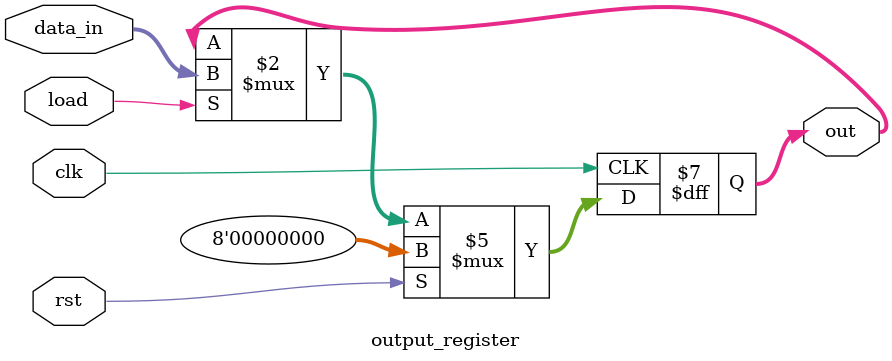
<source format=v>
`timescale 1ns / 1ps

module output_register #(
    parameter WIDTH = 8
)(
    input wire clk,
    input wire rst,
    input wire load,
    input wire [WIDTH-1:0] data_in,
    output reg [WIDTH-1:0] out
);

    always @(posedge clk) begin
        if (rst)
            out <= {WIDTH{1'b0}};
        else if (load)
            out <= data_in;
    end

endmodule

</source>
